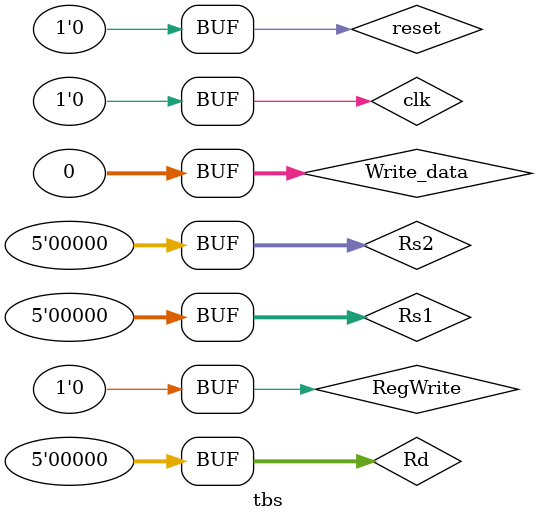
<source format=v>
`timescale 1ns / 1ps


module tbs;

	// Inputs
	reg clk;
	reg reset;
	reg RegWrite;
	reg [4:0] Rs1;
	reg [4:0] Rs2;
	reg [4:0] Rd;
	reg [31:0] Write_data;

	// Outputs
	wire [31:0] read_data1;
	wire [31:0] read_data2;

	// Instantiate the Unit Under Test (UUT)
	REg_File uut (
		.clk(clk), 
		.reset(reset), 
		.RegWrite(RegWrite), 
		.Rs1(Rs1), 
		.Rs2(Rs2), 
		.Rd(Rd), 
		.Write_data(Write_data), 
		.read_data1(read_data1), 
		.read_data2(read_data2)
	);

	initial begin
		// Initialize Inputs
		clk = 0;
		reset = 0;
		RegWrite = 0;
		Rs1 = 0;
		Rs2 = 0;
		Rd = 0;
		Write_data = 0;

		// Wait 100 ns for global reset to finish
		#100;
        
		// Add stimulus here

	end
      
endmodule


</source>
